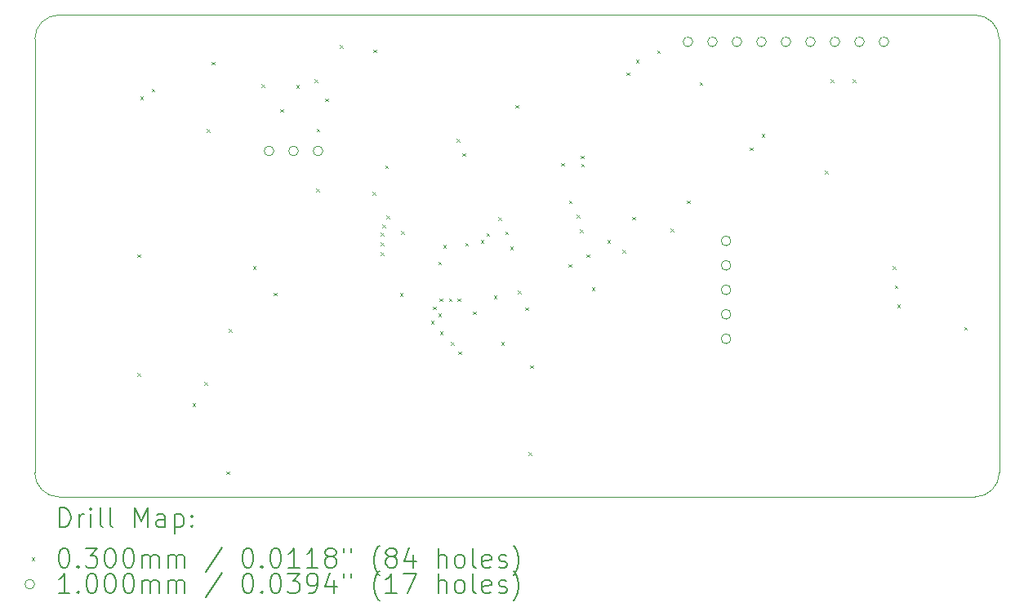
<source format=gbr>
%TF.GenerationSoftware,KiCad,Pcbnew,8.0.4-8.0.4-0~ubuntu24.04.1*%
%TF.CreationDate,2024-07-23T16:29:13+10:00*%
%TF.ProjectId,lo_cate_pcb,6c6f5f63-6174-4655-9f70-63622e6b6963,rev?*%
%TF.SameCoordinates,Original*%
%TF.FileFunction,Drillmap*%
%TF.FilePolarity,Positive*%
%FSLAX45Y45*%
G04 Gerber Fmt 4.5, Leading zero omitted, Abs format (unit mm)*
G04 Created by KiCad (PCBNEW 8.0.4-8.0.4-0~ubuntu24.04.1) date 2024-07-23 16:29:13*
%MOMM*%
%LPD*%
G01*
G04 APERTURE LIST*
%ADD10C,0.050000*%
%ADD11C,0.200000*%
%ADD12C,0.100000*%
G04 APERTURE END LIST*
D10*
X9752500Y-7610000D02*
X9752500Y-12110000D01*
X19752500Y-12110000D02*
G75*
G02*
X19502500Y-12360000I-250000J0D01*
G01*
X10002500Y-12360000D02*
G75*
G02*
X9752500Y-12110000I0J250000D01*
G01*
X9752500Y-7610000D02*
G75*
G02*
X10002500Y-7360000I250000J0D01*
G01*
X19752500Y-7610000D02*
X19752500Y-12110000D01*
X19502500Y-7360000D02*
G75*
G02*
X19752500Y-7610000I0J-250000D01*
G01*
X10002500Y-7360000D02*
X19502500Y-7360000D01*
X10002500Y-12360000D02*
X19502500Y-12360000D01*
D11*
D12*
X10815000Y-9845000D02*
X10845000Y-9875000D01*
X10845000Y-9845000D02*
X10815000Y-9875000D01*
X10815000Y-11075000D02*
X10845000Y-11105000D01*
X10845000Y-11075000D02*
X10815000Y-11105000D01*
X10845500Y-8203000D02*
X10875500Y-8233000D01*
X10875500Y-8203000D02*
X10845500Y-8233000D01*
X10965500Y-8123000D02*
X10995500Y-8153000D01*
X10995500Y-8123000D02*
X10965500Y-8153000D01*
X11387500Y-11386500D02*
X11417500Y-11416500D01*
X11417500Y-11386500D02*
X11387500Y-11416500D01*
X11512500Y-11170000D02*
X11542500Y-11200000D01*
X11542500Y-11170000D02*
X11512500Y-11200000D01*
X11537500Y-8545000D02*
X11567500Y-8575000D01*
X11567500Y-8545000D02*
X11537500Y-8575000D01*
X11587500Y-7845000D02*
X11617500Y-7875000D01*
X11617500Y-7845000D02*
X11587500Y-7875000D01*
X11737500Y-12095000D02*
X11767500Y-12125000D01*
X11767500Y-12095000D02*
X11737500Y-12125000D01*
X11762500Y-10620000D02*
X11792500Y-10650000D01*
X11792500Y-10620000D02*
X11762500Y-10650000D01*
X12015000Y-9965000D02*
X12045000Y-9995000D01*
X12045000Y-9965000D02*
X12015000Y-9995000D01*
X12105000Y-8080000D02*
X12135000Y-8110000D01*
X12135000Y-8080000D02*
X12105000Y-8110000D01*
X12230000Y-10240000D02*
X12260000Y-10270000D01*
X12260000Y-10240000D02*
X12230000Y-10270000D01*
X12300000Y-8335000D02*
X12330000Y-8365000D01*
X12330000Y-8335000D02*
X12300000Y-8365000D01*
X12465000Y-8085000D02*
X12495000Y-8115000D01*
X12495000Y-8085000D02*
X12465000Y-8115000D01*
X12655000Y-8025000D02*
X12685000Y-8055000D01*
X12685000Y-8025000D02*
X12655000Y-8055000D01*
X12668750Y-9163750D02*
X12698750Y-9193750D01*
X12698750Y-9163750D02*
X12668750Y-9193750D01*
X12675000Y-8540000D02*
X12705000Y-8570000D01*
X12705000Y-8540000D02*
X12675000Y-8570000D01*
X12765000Y-8225000D02*
X12795000Y-8255000D01*
X12795000Y-8225000D02*
X12765000Y-8255000D01*
X12915000Y-7670000D02*
X12945000Y-7700000D01*
X12945000Y-7670000D02*
X12915000Y-7700000D01*
X13255000Y-9195000D02*
X13285000Y-9225000D01*
X13285000Y-9195000D02*
X13255000Y-9225000D01*
X13265000Y-7720000D02*
X13295000Y-7750000D01*
X13295000Y-7720000D02*
X13265000Y-7750000D01*
X13337500Y-9620000D02*
X13367500Y-9650000D01*
X13367500Y-9620000D02*
X13337500Y-9650000D01*
X13337500Y-9720000D02*
X13367500Y-9750000D01*
X13367500Y-9720000D02*
X13337500Y-9750000D01*
X13337500Y-9820000D02*
X13367500Y-9850000D01*
X13367500Y-9820000D02*
X13337500Y-9850000D01*
X13355000Y-9535000D02*
X13385000Y-9565000D01*
X13385000Y-9535000D02*
X13355000Y-9565000D01*
X13387500Y-8920000D02*
X13417500Y-8950000D01*
X13417500Y-8920000D02*
X13387500Y-8950000D01*
X13400000Y-9440000D02*
X13430000Y-9470000D01*
X13430000Y-9440000D02*
X13400000Y-9470000D01*
X13537500Y-10245000D02*
X13567500Y-10275000D01*
X13567500Y-10245000D02*
X13537500Y-10275000D01*
X13550000Y-9600000D02*
X13580000Y-9630000D01*
X13580000Y-9600000D02*
X13550000Y-9630000D01*
X13860000Y-10535000D02*
X13890000Y-10565000D01*
X13890000Y-10535000D02*
X13860000Y-10565000D01*
X13880000Y-10385000D02*
X13910000Y-10415000D01*
X13910000Y-10385000D02*
X13880000Y-10415000D01*
X13935000Y-10455000D02*
X13965000Y-10485000D01*
X13965000Y-10455000D02*
X13935000Y-10485000D01*
X13937500Y-9920000D02*
X13967500Y-9950000D01*
X13967500Y-9920000D02*
X13937500Y-9950000D01*
X13950000Y-10300000D02*
X13980000Y-10330000D01*
X13980000Y-10300000D02*
X13950000Y-10330000D01*
X13955000Y-10645000D02*
X13985000Y-10675000D01*
X13985000Y-10645000D02*
X13955000Y-10675000D01*
X13987500Y-9745000D02*
X14017500Y-9775000D01*
X14017500Y-9745000D02*
X13987500Y-9775000D01*
X14045000Y-10300000D02*
X14075000Y-10330000D01*
X14075000Y-10300000D02*
X14045000Y-10330000D01*
X14070000Y-10755000D02*
X14100000Y-10785000D01*
X14100000Y-10755000D02*
X14070000Y-10785000D01*
X14125000Y-8645000D02*
X14155000Y-8675000D01*
X14155000Y-8645000D02*
X14125000Y-8675000D01*
X14135000Y-10300000D02*
X14165000Y-10330000D01*
X14165000Y-10300000D02*
X14135000Y-10330000D01*
X14142426Y-10849927D02*
X14172426Y-10879927D01*
X14172426Y-10849927D02*
X14142426Y-10879927D01*
X14187500Y-8795000D02*
X14217500Y-8825000D01*
X14217500Y-8795000D02*
X14187500Y-8825000D01*
X14217426Y-9724927D02*
X14247426Y-9754927D01*
X14247426Y-9724927D02*
X14217426Y-9754927D01*
X14295000Y-10435000D02*
X14325000Y-10465000D01*
X14325000Y-10435000D02*
X14295000Y-10465000D01*
X14375000Y-9695000D02*
X14405000Y-9725000D01*
X14405000Y-9695000D02*
X14375000Y-9725000D01*
X14435000Y-9625000D02*
X14465000Y-9655000D01*
X14465000Y-9625000D02*
X14435000Y-9655000D01*
X14512500Y-10270000D02*
X14542500Y-10300000D01*
X14542500Y-10270000D02*
X14512500Y-10300000D01*
X14560806Y-9456547D02*
X14590806Y-9486547D01*
X14590806Y-9456547D02*
X14560806Y-9486547D01*
X14587500Y-10755000D02*
X14617500Y-10785000D01*
X14617500Y-10755000D02*
X14587500Y-10785000D01*
X14632500Y-9607500D02*
X14662500Y-9637500D01*
X14662500Y-9607500D02*
X14632500Y-9637500D01*
X14682574Y-9765074D02*
X14712574Y-9795074D01*
X14712574Y-9765074D02*
X14682574Y-9795074D01*
X14737500Y-8295000D02*
X14767500Y-8325000D01*
X14767500Y-8295000D02*
X14737500Y-8325000D01*
X14762500Y-10220000D02*
X14792500Y-10250000D01*
X14792500Y-10220000D02*
X14762500Y-10250000D01*
X14837500Y-10395000D02*
X14867500Y-10425000D01*
X14867500Y-10395000D02*
X14837500Y-10425000D01*
X14870000Y-11897500D02*
X14900000Y-11927500D01*
X14900000Y-11897500D02*
X14870000Y-11927500D01*
X14887500Y-10995000D02*
X14917500Y-11025000D01*
X14917500Y-10995000D02*
X14887500Y-11025000D01*
X15212500Y-8895000D02*
X15242500Y-8925000D01*
X15242500Y-8895000D02*
X15212500Y-8925000D01*
X15287500Y-9945000D02*
X15317500Y-9975000D01*
X15317500Y-9945000D02*
X15287500Y-9975000D01*
X15290000Y-9285000D02*
X15320000Y-9315000D01*
X15320000Y-9285000D02*
X15290000Y-9315000D01*
X15370000Y-9435000D02*
X15400000Y-9465000D01*
X15400000Y-9435000D02*
X15370000Y-9465000D01*
X15405000Y-9585000D02*
X15435000Y-9615000D01*
X15435000Y-9585000D02*
X15405000Y-9615000D01*
X15412500Y-8820000D02*
X15442500Y-8850000D01*
X15442500Y-8820000D02*
X15412500Y-8850000D01*
X15417500Y-8902500D02*
X15447500Y-8932500D01*
X15447500Y-8902500D02*
X15417500Y-8932500D01*
X15472500Y-9842500D02*
X15502500Y-9872500D01*
X15502500Y-9842500D02*
X15472500Y-9872500D01*
X15530000Y-10187500D02*
X15560000Y-10217500D01*
X15560000Y-10187500D02*
X15530000Y-10217500D01*
X15687500Y-9695000D02*
X15717500Y-9725000D01*
X15717500Y-9695000D02*
X15687500Y-9725000D01*
X15845000Y-9795000D02*
X15875000Y-9825000D01*
X15875000Y-9795000D02*
X15845000Y-9825000D01*
X15887500Y-7955000D02*
X15917500Y-7985000D01*
X15917500Y-7955000D02*
X15887500Y-7985000D01*
X15947500Y-9455000D02*
X15977500Y-9485000D01*
X15977500Y-9455000D02*
X15947500Y-9485000D01*
X15985000Y-7825000D02*
X16015000Y-7855000D01*
X16015000Y-7825000D02*
X15985000Y-7855000D01*
X16205000Y-7725000D02*
X16235000Y-7755000D01*
X16235000Y-7725000D02*
X16205000Y-7755000D01*
X16347500Y-9575000D02*
X16377500Y-9605000D01*
X16377500Y-9575000D02*
X16347500Y-9605000D01*
X16515000Y-9285000D02*
X16545000Y-9315000D01*
X16545000Y-9285000D02*
X16515000Y-9315000D01*
X16645000Y-8055000D02*
X16675000Y-8085000D01*
X16675000Y-8055000D02*
X16645000Y-8085000D01*
X17165000Y-8735000D02*
X17195000Y-8765000D01*
X17195000Y-8735000D02*
X17165000Y-8765000D01*
X17287500Y-8595000D02*
X17317500Y-8625000D01*
X17317500Y-8595000D02*
X17287500Y-8625000D01*
X17945000Y-8975000D02*
X17975000Y-9005000D01*
X17975000Y-8975000D02*
X17945000Y-9005000D01*
X18005000Y-8025000D02*
X18035000Y-8055000D01*
X18035000Y-8025000D02*
X18005000Y-8055000D01*
X18235000Y-8025000D02*
X18265000Y-8055000D01*
X18265000Y-8025000D02*
X18235000Y-8055000D01*
X18650000Y-9965000D02*
X18680000Y-9995000D01*
X18680000Y-9965000D02*
X18650000Y-9995000D01*
X18670000Y-10165000D02*
X18700000Y-10195000D01*
X18700000Y-10165000D02*
X18670000Y-10195000D01*
X18695000Y-10365000D02*
X18725000Y-10395000D01*
X18725000Y-10365000D02*
X18695000Y-10395000D01*
X19387500Y-10595000D02*
X19417500Y-10625000D01*
X19417500Y-10595000D02*
X19387500Y-10625000D01*
X12231000Y-8770000D02*
G75*
G02*
X12131000Y-8770000I-50000J0D01*
G01*
X12131000Y-8770000D02*
G75*
G02*
X12231000Y-8770000I50000J0D01*
G01*
X12485000Y-8770000D02*
G75*
G02*
X12385000Y-8770000I-50000J0D01*
G01*
X12385000Y-8770000D02*
G75*
G02*
X12485000Y-8770000I50000J0D01*
G01*
X12739000Y-8770000D02*
G75*
G02*
X12639000Y-8770000I-50000J0D01*
G01*
X12639000Y-8770000D02*
G75*
G02*
X12739000Y-8770000I50000J0D01*
G01*
X16575000Y-7637500D02*
G75*
G02*
X16475000Y-7637500I-50000J0D01*
G01*
X16475000Y-7637500D02*
G75*
G02*
X16575000Y-7637500I50000J0D01*
G01*
X16829000Y-7637500D02*
G75*
G02*
X16729000Y-7637500I-50000J0D01*
G01*
X16729000Y-7637500D02*
G75*
G02*
X16829000Y-7637500I50000J0D01*
G01*
X16970000Y-9704000D02*
G75*
G02*
X16870000Y-9704000I-50000J0D01*
G01*
X16870000Y-9704000D02*
G75*
G02*
X16970000Y-9704000I50000J0D01*
G01*
X16970000Y-9958000D02*
G75*
G02*
X16870000Y-9958000I-50000J0D01*
G01*
X16870000Y-9958000D02*
G75*
G02*
X16970000Y-9958000I50000J0D01*
G01*
X16970000Y-10212000D02*
G75*
G02*
X16870000Y-10212000I-50000J0D01*
G01*
X16870000Y-10212000D02*
G75*
G02*
X16970000Y-10212000I50000J0D01*
G01*
X16970000Y-10466000D02*
G75*
G02*
X16870000Y-10466000I-50000J0D01*
G01*
X16870000Y-10466000D02*
G75*
G02*
X16970000Y-10466000I50000J0D01*
G01*
X16970000Y-10720000D02*
G75*
G02*
X16870000Y-10720000I-50000J0D01*
G01*
X16870000Y-10720000D02*
G75*
G02*
X16970000Y-10720000I50000J0D01*
G01*
X17083000Y-7637500D02*
G75*
G02*
X16983000Y-7637500I-50000J0D01*
G01*
X16983000Y-7637500D02*
G75*
G02*
X17083000Y-7637500I50000J0D01*
G01*
X17337000Y-7637500D02*
G75*
G02*
X17237000Y-7637500I-50000J0D01*
G01*
X17237000Y-7637500D02*
G75*
G02*
X17337000Y-7637500I50000J0D01*
G01*
X17591000Y-7637500D02*
G75*
G02*
X17491000Y-7637500I-50000J0D01*
G01*
X17491000Y-7637500D02*
G75*
G02*
X17591000Y-7637500I50000J0D01*
G01*
X17845000Y-7637500D02*
G75*
G02*
X17745000Y-7637500I-50000J0D01*
G01*
X17745000Y-7637500D02*
G75*
G02*
X17845000Y-7637500I50000J0D01*
G01*
X18099000Y-7637500D02*
G75*
G02*
X17999000Y-7637500I-50000J0D01*
G01*
X17999000Y-7637500D02*
G75*
G02*
X18099000Y-7637500I50000J0D01*
G01*
X18353000Y-7637500D02*
G75*
G02*
X18253000Y-7637500I-50000J0D01*
G01*
X18253000Y-7637500D02*
G75*
G02*
X18353000Y-7637500I50000J0D01*
G01*
X18607000Y-7637500D02*
G75*
G02*
X18507000Y-7637500I-50000J0D01*
G01*
X18507000Y-7637500D02*
G75*
G02*
X18607000Y-7637500I50000J0D01*
G01*
D11*
X10010777Y-12673984D02*
X10010777Y-12473984D01*
X10010777Y-12473984D02*
X10058396Y-12473984D01*
X10058396Y-12473984D02*
X10086967Y-12483508D01*
X10086967Y-12483508D02*
X10106015Y-12502555D01*
X10106015Y-12502555D02*
X10115539Y-12521603D01*
X10115539Y-12521603D02*
X10125063Y-12559698D01*
X10125063Y-12559698D02*
X10125063Y-12588269D01*
X10125063Y-12588269D02*
X10115539Y-12626365D01*
X10115539Y-12626365D02*
X10106015Y-12645412D01*
X10106015Y-12645412D02*
X10086967Y-12664460D01*
X10086967Y-12664460D02*
X10058396Y-12673984D01*
X10058396Y-12673984D02*
X10010777Y-12673984D01*
X10210777Y-12673984D02*
X10210777Y-12540650D01*
X10210777Y-12578746D02*
X10220301Y-12559698D01*
X10220301Y-12559698D02*
X10229824Y-12550174D01*
X10229824Y-12550174D02*
X10248872Y-12540650D01*
X10248872Y-12540650D02*
X10267920Y-12540650D01*
X10334586Y-12673984D02*
X10334586Y-12540650D01*
X10334586Y-12473984D02*
X10325063Y-12483508D01*
X10325063Y-12483508D02*
X10334586Y-12493031D01*
X10334586Y-12493031D02*
X10344110Y-12483508D01*
X10344110Y-12483508D02*
X10334586Y-12473984D01*
X10334586Y-12473984D02*
X10334586Y-12493031D01*
X10458396Y-12673984D02*
X10439348Y-12664460D01*
X10439348Y-12664460D02*
X10429824Y-12645412D01*
X10429824Y-12645412D02*
X10429824Y-12473984D01*
X10563158Y-12673984D02*
X10544110Y-12664460D01*
X10544110Y-12664460D02*
X10534586Y-12645412D01*
X10534586Y-12645412D02*
X10534586Y-12473984D01*
X10791729Y-12673984D02*
X10791729Y-12473984D01*
X10791729Y-12473984D02*
X10858396Y-12616841D01*
X10858396Y-12616841D02*
X10925063Y-12473984D01*
X10925063Y-12473984D02*
X10925063Y-12673984D01*
X11106015Y-12673984D02*
X11106015Y-12569222D01*
X11106015Y-12569222D02*
X11096491Y-12550174D01*
X11096491Y-12550174D02*
X11077444Y-12540650D01*
X11077444Y-12540650D02*
X11039348Y-12540650D01*
X11039348Y-12540650D02*
X11020301Y-12550174D01*
X11106015Y-12664460D02*
X11086967Y-12673984D01*
X11086967Y-12673984D02*
X11039348Y-12673984D01*
X11039348Y-12673984D02*
X11020301Y-12664460D01*
X11020301Y-12664460D02*
X11010777Y-12645412D01*
X11010777Y-12645412D02*
X11010777Y-12626365D01*
X11010777Y-12626365D02*
X11020301Y-12607317D01*
X11020301Y-12607317D02*
X11039348Y-12597793D01*
X11039348Y-12597793D02*
X11086967Y-12597793D01*
X11086967Y-12597793D02*
X11106015Y-12588269D01*
X11201253Y-12540650D02*
X11201253Y-12740650D01*
X11201253Y-12550174D02*
X11220301Y-12540650D01*
X11220301Y-12540650D02*
X11258396Y-12540650D01*
X11258396Y-12540650D02*
X11277443Y-12550174D01*
X11277443Y-12550174D02*
X11286967Y-12559698D01*
X11286967Y-12559698D02*
X11296491Y-12578746D01*
X11296491Y-12578746D02*
X11296491Y-12635888D01*
X11296491Y-12635888D02*
X11286967Y-12654936D01*
X11286967Y-12654936D02*
X11277443Y-12664460D01*
X11277443Y-12664460D02*
X11258396Y-12673984D01*
X11258396Y-12673984D02*
X11220301Y-12673984D01*
X11220301Y-12673984D02*
X11201253Y-12664460D01*
X11382205Y-12654936D02*
X11391729Y-12664460D01*
X11391729Y-12664460D02*
X11382205Y-12673984D01*
X11382205Y-12673984D02*
X11372682Y-12664460D01*
X11372682Y-12664460D02*
X11382205Y-12654936D01*
X11382205Y-12654936D02*
X11382205Y-12673984D01*
X11382205Y-12550174D02*
X11391729Y-12559698D01*
X11391729Y-12559698D02*
X11382205Y-12569222D01*
X11382205Y-12569222D02*
X11372682Y-12559698D01*
X11372682Y-12559698D02*
X11382205Y-12550174D01*
X11382205Y-12550174D02*
X11382205Y-12569222D01*
D12*
X9720000Y-12987500D02*
X9750000Y-13017500D01*
X9750000Y-12987500D02*
X9720000Y-13017500D01*
D11*
X10048872Y-12893984D02*
X10067920Y-12893984D01*
X10067920Y-12893984D02*
X10086967Y-12903508D01*
X10086967Y-12903508D02*
X10096491Y-12913031D01*
X10096491Y-12913031D02*
X10106015Y-12932079D01*
X10106015Y-12932079D02*
X10115539Y-12970174D01*
X10115539Y-12970174D02*
X10115539Y-13017793D01*
X10115539Y-13017793D02*
X10106015Y-13055888D01*
X10106015Y-13055888D02*
X10096491Y-13074936D01*
X10096491Y-13074936D02*
X10086967Y-13084460D01*
X10086967Y-13084460D02*
X10067920Y-13093984D01*
X10067920Y-13093984D02*
X10048872Y-13093984D01*
X10048872Y-13093984D02*
X10029824Y-13084460D01*
X10029824Y-13084460D02*
X10020301Y-13074936D01*
X10020301Y-13074936D02*
X10010777Y-13055888D01*
X10010777Y-13055888D02*
X10001253Y-13017793D01*
X10001253Y-13017793D02*
X10001253Y-12970174D01*
X10001253Y-12970174D02*
X10010777Y-12932079D01*
X10010777Y-12932079D02*
X10020301Y-12913031D01*
X10020301Y-12913031D02*
X10029824Y-12903508D01*
X10029824Y-12903508D02*
X10048872Y-12893984D01*
X10201253Y-13074936D02*
X10210777Y-13084460D01*
X10210777Y-13084460D02*
X10201253Y-13093984D01*
X10201253Y-13093984D02*
X10191729Y-13084460D01*
X10191729Y-13084460D02*
X10201253Y-13074936D01*
X10201253Y-13074936D02*
X10201253Y-13093984D01*
X10277444Y-12893984D02*
X10401253Y-12893984D01*
X10401253Y-12893984D02*
X10334586Y-12970174D01*
X10334586Y-12970174D02*
X10363158Y-12970174D01*
X10363158Y-12970174D02*
X10382205Y-12979698D01*
X10382205Y-12979698D02*
X10391729Y-12989222D01*
X10391729Y-12989222D02*
X10401253Y-13008269D01*
X10401253Y-13008269D02*
X10401253Y-13055888D01*
X10401253Y-13055888D02*
X10391729Y-13074936D01*
X10391729Y-13074936D02*
X10382205Y-13084460D01*
X10382205Y-13084460D02*
X10363158Y-13093984D01*
X10363158Y-13093984D02*
X10306015Y-13093984D01*
X10306015Y-13093984D02*
X10286967Y-13084460D01*
X10286967Y-13084460D02*
X10277444Y-13074936D01*
X10525063Y-12893984D02*
X10544110Y-12893984D01*
X10544110Y-12893984D02*
X10563158Y-12903508D01*
X10563158Y-12903508D02*
X10572682Y-12913031D01*
X10572682Y-12913031D02*
X10582205Y-12932079D01*
X10582205Y-12932079D02*
X10591729Y-12970174D01*
X10591729Y-12970174D02*
X10591729Y-13017793D01*
X10591729Y-13017793D02*
X10582205Y-13055888D01*
X10582205Y-13055888D02*
X10572682Y-13074936D01*
X10572682Y-13074936D02*
X10563158Y-13084460D01*
X10563158Y-13084460D02*
X10544110Y-13093984D01*
X10544110Y-13093984D02*
X10525063Y-13093984D01*
X10525063Y-13093984D02*
X10506015Y-13084460D01*
X10506015Y-13084460D02*
X10496491Y-13074936D01*
X10496491Y-13074936D02*
X10486967Y-13055888D01*
X10486967Y-13055888D02*
X10477444Y-13017793D01*
X10477444Y-13017793D02*
X10477444Y-12970174D01*
X10477444Y-12970174D02*
X10486967Y-12932079D01*
X10486967Y-12932079D02*
X10496491Y-12913031D01*
X10496491Y-12913031D02*
X10506015Y-12903508D01*
X10506015Y-12903508D02*
X10525063Y-12893984D01*
X10715539Y-12893984D02*
X10734586Y-12893984D01*
X10734586Y-12893984D02*
X10753634Y-12903508D01*
X10753634Y-12903508D02*
X10763158Y-12913031D01*
X10763158Y-12913031D02*
X10772682Y-12932079D01*
X10772682Y-12932079D02*
X10782205Y-12970174D01*
X10782205Y-12970174D02*
X10782205Y-13017793D01*
X10782205Y-13017793D02*
X10772682Y-13055888D01*
X10772682Y-13055888D02*
X10763158Y-13074936D01*
X10763158Y-13074936D02*
X10753634Y-13084460D01*
X10753634Y-13084460D02*
X10734586Y-13093984D01*
X10734586Y-13093984D02*
X10715539Y-13093984D01*
X10715539Y-13093984D02*
X10696491Y-13084460D01*
X10696491Y-13084460D02*
X10686967Y-13074936D01*
X10686967Y-13074936D02*
X10677444Y-13055888D01*
X10677444Y-13055888D02*
X10667920Y-13017793D01*
X10667920Y-13017793D02*
X10667920Y-12970174D01*
X10667920Y-12970174D02*
X10677444Y-12932079D01*
X10677444Y-12932079D02*
X10686967Y-12913031D01*
X10686967Y-12913031D02*
X10696491Y-12903508D01*
X10696491Y-12903508D02*
X10715539Y-12893984D01*
X10867920Y-13093984D02*
X10867920Y-12960650D01*
X10867920Y-12979698D02*
X10877444Y-12970174D01*
X10877444Y-12970174D02*
X10896491Y-12960650D01*
X10896491Y-12960650D02*
X10925063Y-12960650D01*
X10925063Y-12960650D02*
X10944110Y-12970174D01*
X10944110Y-12970174D02*
X10953634Y-12989222D01*
X10953634Y-12989222D02*
X10953634Y-13093984D01*
X10953634Y-12989222D02*
X10963158Y-12970174D01*
X10963158Y-12970174D02*
X10982205Y-12960650D01*
X10982205Y-12960650D02*
X11010777Y-12960650D01*
X11010777Y-12960650D02*
X11029825Y-12970174D01*
X11029825Y-12970174D02*
X11039348Y-12989222D01*
X11039348Y-12989222D02*
X11039348Y-13093984D01*
X11134586Y-13093984D02*
X11134586Y-12960650D01*
X11134586Y-12979698D02*
X11144110Y-12970174D01*
X11144110Y-12970174D02*
X11163158Y-12960650D01*
X11163158Y-12960650D02*
X11191729Y-12960650D01*
X11191729Y-12960650D02*
X11210777Y-12970174D01*
X11210777Y-12970174D02*
X11220301Y-12989222D01*
X11220301Y-12989222D02*
X11220301Y-13093984D01*
X11220301Y-12989222D02*
X11229824Y-12970174D01*
X11229824Y-12970174D02*
X11248872Y-12960650D01*
X11248872Y-12960650D02*
X11277443Y-12960650D01*
X11277443Y-12960650D02*
X11296491Y-12970174D01*
X11296491Y-12970174D02*
X11306015Y-12989222D01*
X11306015Y-12989222D02*
X11306015Y-13093984D01*
X11696491Y-12884460D02*
X11525063Y-13141603D01*
X11953634Y-12893984D02*
X11972682Y-12893984D01*
X11972682Y-12893984D02*
X11991729Y-12903508D01*
X11991729Y-12903508D02*
X12001253Y-12913031D01*
X12001253Y-12913031D02*
X12010777Y-12932079D01*
X12010777Y-12932079D02*
X12020301Y-12970174D01*
X12020301Y-12970174D02*
X12020301Y-13017793D01*
X12020301Y-13017793D02*
X12010777Y-13055888D01*
X12010777Y-13055888D02*
X12001253Y-13074936D01*
X12001253Y-13074936D02*
X11991729Y-13084460D01*
X11991729Y-13084460D02*
X11972682Y-13093984D01*
X11972682Y-13093984D02*
X11953634Y-13093984D01*
X11953634Y-13093984D02*
X11934586Y-13084460D01*
X11934586Y-13084460D02*
X11925063Y-13074936D01*
X11925063Y-13074936D02*
X11915539Y-13055888D01*
X11915539Y-13055888D02*
X11906015Y-13017793D01*
X11906015Y-13017793D02*
X11906015Y-12970174D01*
X11906015Y-12970174D02*
X11915539Y-12932079D01*
X11915539Y-12932079D02*
X11925063Y-12913031D01*
X11925063Y-12913031D02*
X11934586Y-12903508D01*
X11934586Y-12903508D02*
X11953634Y-12893984D01*
X12106015Y-13074936D02*
X12115539Y-13084460D01*
X12115539Y-13084460D02*
X12106015Y-13093984D01*
X12106015Y-13093984D02*
X12096491Y-13084460D01*
X12096491Y-13084460D02*
X12106015Y-13074936D01*
X12106015Y-13074936D02*
X12106015Y-13093984D01*
X12239348Y-12893984D02*
X12258396Y-12893984D01*
X12258396Y-12893984D02*
X12277444Y-12903508D01*
X12277444Y-12903508D02*
X12286967Y-12913031D01*
X12286967Y-12913031D02*
X12296491Y-12932079D01*
X12296491Y-12932079D02*
X12306015Y-12970174D01*
X12306015Y-12970174D02*
X12306015Y-13017793D01*
X12306015Y-13017793D02*
X12296491Y-13055888D01*
X12296491Y-13055888D02*
X12286967Y-13074936D01*
X12286967Y-13074936D02*
X12277444Y-13084460D01*
X12277444Y-13084460D02*
X12258396Y-13093984D01*
X12258396Y-13093984D02*
X12239348Y-13093984D01*
X12239348Y-13093984D02*
X12220301Y-13084460D01*
X12220301Y-13084460D02*
X12210777Y-13074936D01*
X12210777Y-13074936D02*
X12201253Y-13055888D01*
X12201253Y-13055888D02*
X12191729Y-13017793D01*
X12191729Y-13017793D02*
X12191729Y-12970174D01*
X12191729Y-12970174D02*
X12201253Y-12932079D01*
X12201253Y-12932079D02*
X12210777Y-12913031D01*
X12210777Y-12913031D02*
X12220301Y-12903508D01*
X12220301Y-12903508D02*
X12239348Y-12893984D01*
X12496491Y-13093984D02*
X12382206Y-13093984D01*
X12439348Y-13093984D02*
X12439348Y-12893984D01*
X12439348Y-12893984D02*
X12420301Y-12922555D01*
X12420301Y-12922555D02*
X12401253Y-12941603D01*
X12401253Y-12941603D02*
X12382206Y-12951127D01*
X12686967Y-13093984D02*
X12572682Y-13093984D01*
X12629825Y-13093984D02*
X12629825Y-12893984D01*
X12629825Y-12893984D02*
X12610777Y-12922555D01*
X12610777Y-12922555D02*
X12591729Y-12941603D01*
X12591729Y-12941603D02*
X12572682Y-12951127D01*
X12801253Y-12979698D02*
X12782206Y-12970174D01*
X12782206Y-12970174D02*
X12772682Y-12960650D01*
X12772682Y-12960650D02*
X12763158Y-12941603D01*
X12763158Y-12941603D02*
X12763158Y-12932079D01*
X12763158Y-12932079D02*
X12772682Y-12913031D01*
X12772682Y-12913031D02*
X12782206Y-12903508D01*
X12782206Y-12903508D02*
X12801253Y-12893984D01*
X12801253Y-12893984D02*
X12839348Y-12893984D01*
X12839348Y-12893984D02*
X12858396Y-12903508D01*
X12858396Y-12903508D02*
X12867920Y-12913031D01*
X12867920Y-12913031D02*
X12877444Y-12932079D01*
X12877444Y-12932079D02*
X12877444Y-12941603D01*
X12877444Y-12941603D02*
X12867920Y-12960650D01*
X12867920Y-12960650D02*
X12858396Y-12970174D01*
X12858396Y-12970174D02*
X12839348Y-12979698D01*
X12839348Y-12979698D02*
X12801253Y-12979698D01*
X12801253Y-12979698D02*
X12782206Y-12989222D01*
X12782206Y-12989222D02*
X12772682Y-12998746D01*
X12772682Y-12998746D02*
X12763158Y-13017793D01*
X12763158Y-13017793D02*
X12763158Y-13055888D01*
X12763158Y-13055888D02*
X12772682Y-13074936D01*
X12772682Y-13074936D02*
X12782206Y-13084460D01*
X12782206Y-13084460D02*
X12801253Y-13093984D01*
X12801253Y-13093984D02*
X12839348Y-13093984D01*
X12839348Y-13093984D02*
X12858396Y-13084460D01*
X12858396Y-13084460D02*
X12867920Y-13074936D01*
X12867920Y-13074936D02*
X12877444Y-13055888D01*
X12877444Y-13055888D02*
X12877444Y-13017793D01*
X12877444Y-13017793D02*
X12867920Y-12998746D01*
X12867920Y-12998746D02*
X12858396Y-12989222D01*
X12858396Y-12989222D02*
X12839348Y-12979698D01*
X12953634Y-12893984D02*
X12953634Y-12932079D01*
X13029825Y-12893984D02*
X13029825Y-12932079D01*
X13325063Y-13170174D02*
X13315539Y-13160650D01*
X13315539Y-13160650D02*
X13296491Y-13132079D01*
X13296491Y-13132079D02*
X13286968Y-13113031D01*
X13286968Y-13113031D02*
X13277444Y-13084460D01*
X13277444Y-13084460D02*
X13267920Y-13036841D01*
X13267920Y-13036841D02*
X13267920Y-12998746D01*
X13267920Y-12998746D02*
X13277444Y-12951127D01*
X13277444Y-12951127D02*
X13286968Y-12922555D01*
X13286968Y-12922555D02*
X13296491Y-12903508D01*
X13296491Y-12903508D02*
X13315539Y-12874936D01*
X13315539Y-12874936D02*
X13325063Y-12865412D01*
X13429825Y-12979698D02*
X13410777Y-12970174D01*
X13410777Y-12970174D02*
X13401253Y-12960650D01*
X13401253Y-12960650D02*
X13391729Y-12941603D01*
X13391729Y-12941603D02*
X13391729Y-12932079D01*
X13391729Y-12932079D02*
X13401253Y-12913031D01*
X13401253Y-12913031D02*
X13410777Y-12903508D01*
X13410777Y-12903508D02*
X13429825Y-12893984D01*
X13429825Y-12893984D02*
X13467920Y-12893984D01*
X13467920Y-12893984D02*
X13486968Y-12903508D01*
X13486968Y-12903508D02*
X13496491Y-12913031D01*
X13496491Y-12913031D02*
X13506015Y-12932079D01*
X13506015Y-12932079D02*
X13506015Y-12941603D01*
X13506015Y-12941603D02*
X13496491Y-12960650D01*
X13496491Y-12960650D02*
X13486968Y-12970174D01*
X13486968Y-12970174D02*
X13467920Y-12979698D01*
X13467920Y-12979698D02*
X13429825Y-12979698D01*
X13429825Y-12979698D02*
X13410777Y-12989222D01*
X13410777Y-12989222D02*
X13401253Y-12998746D01*
X13401253Y-12998746D02*
X13391729Y-13017793D01*
X13391729Y-13017793D02*
X13391729Y-13055888D01*
X13391729Y-13055888D02*
X13401253Y-13074936D01*
X13401253Y-13074936D02*
X13410777Y-13084460D01*
X13410777Y-13084460D02*
X13429825Y-13093984D01*
X13429825Y-13093984D02*
X13467920Y-13093984D01*
X13467920Y-13093984D02*
X13486968Y-13084460D01*
X13486968Y-13084460D02*
X13496491Y-13074936D01*
X13496491Y-13074936D02*
X13506015Y-13055888D01*
X13506015Y-13055888D02*
X13506015Y-13017793D01*
X13506015Y-13017793D02*
X13496491Y-12998746D01*
X13496491Y-12998746D02*
X13486968Y-12989222D01*
X13486968Y-12989222D02*
X13467920Y-12979698D01*
X13677444Y-12960650D02*
X13677444Y-13093984D01*
X13629825Y-12884460D02*
X13582206Y-13027317D01*
X13582206Y-13027317D02*
X13706015Y-13027317D01*
X13934587Y-13093984D02*
X13934587Y-12893984D01*
X14020301Y-13093984D02*
X14020301Y-12989222D01*
X14020301Y-12989222D02*
X14010777Y-12970174D01*
X14010777Y-12970174D02*
X13991730Y-12960650D01*
X13991730Y-12960650D02*
X13963158Y-12960650D01*
X13963158Y-12960650D02*
X13944110Y-12970174D01*
X13944110Y-12970174D02*
X13934587Y-12979698D01*
X14144110Y-13093984D02*
X14125063Y-13084460D01*
X14125063Y-13084460D02*
X14115539Y-13074936D01*
X14115539Y-13074936D02*
X14106015Y-13055888D01*
X14106015Y-13055888D02*
X14106015Y-12998746D01*
X14106015Y-12998746D02*
X14115539Y-12979698D01*
X14115539Y-12979698D02*
X14125063Y-12970174D01*
X14125063Y-12970174D02*
X14144110Y-12960650D01*
X14144110Y-12960650D02*
X14172682Y-12960650D01*
X14172682Y-12960650D02*
X14191730Y-12970174D01*
X14191730Y-12970174D02*
X14201253Y-12979698D01*
X14201253Y-12979698D02*
X14210777Y-12998746D01*
X14210777Y-12998746D02*
X14210777Y-13055888D01*
X14210777Y-13055888D02*
X14201253Y-13074936D01*
X14201253Y-13074936D02*
X14191730Y-13084460D01*
X14191730Y-13084460D02*
X14172682Y-13093984D01*
X14172682Y-13093984D02*
X14144110Y-13093984D01*
X14325063Y-13093984D02*
X14306015Y-13084460D01*
X14306015Y-13084460D02*
X14296491Y-13065412D01*
X14296491Y-13065412D02*
X14296491Y-12893984D01*
X14477444Y-13084460D02*
X14458396Y-13093984D01*
X14458396Y-13093984D02*
X14420301Y-13093984D01*
X14420301Y-13093984D02*
X14401253Y-13084460D01*
X14401253Y-13084460D02*
X14391730Y-13065412D01*
X14391730Y-13065412D02*
X14391730Y-12989222D01*
X14391730Y-12989222D02*
X14401253Y-12970174D01*
X14401253Y-12970174D02*
X14420301Y-12960650D01*
X14420301Y-12960650D02*
X14458396Y-12960650D01*
X14458396Y-12960650D02*
X14477444Y-12970174D01*
X14477444Y-12970174D02*
X14486968Y-12989222D01*
X14486968Y-12989222D02*
X14486968Y-13008269D01*
X14486968Y-13008269D02*
X14391730Y-13027317D01*
X14563158Y-13084460D02*
X14582206Y-13093984D01*
X14582206Y-13093984D02*
X14620301Y-13093984D01*
X14620301Y-13093984D02*
X14639349Y-13084460D01*
X14639349Y-13084460D02*
X14648872Y-13065412D01*
X14648872Y-13065412D02*
X14648872Y-13055888D01*
X14648872Y-13055888D02*
X14639349Y-13036841D01*
X14639349Y-13036841D02*
X14620301Y-13027317D01*
X14620301Y-13027317D02*
X14591730Y-13027317D01*
X14591730Y-13027317D02*
X14572682Y-13017793D01*
X14572682Y-13017793D02*
X14563158Y-12998746D01*
X14563158Y-12998746D02*
X14563158Y-12989222D01*
X14563158Y-12989222D02*
X14572682Y-12970174D01*
X14572682Y-12970174D02*
X14591730Y-12960650D01*
X14591730Y-12960650D02*
X14620301Y-12960650D01*
X14620301Y-12960650D02*
X14639349Y-12970174D01*
X14715539Y-13170174D02*
X14725063Y-13160650D01*
X14725063Y-13160650D02*
X14744111Y-13132079D01*
X14744111Y-13132079D02*
X14753634Y-13113031D01*
X14753634Y-13113031D02*
X14763158Y-13084460D01*
X14763158Y-13084460D02*
X14772682Y-13036841D01*
X14772682Y-13036841D02*
X14772682Y-12998746D01*
X14772682Y-12998746D02*
X14763158Y-12951127D01*
X14763158Y-12951127D02*
X14753634Y-12922555D01*
X14753634Y-12922555D02*
X14744111Y-12903508D01*
X14744111Y-12903508D02*
X14725063Y-12874936D01*
X14725063Y-12874936D02*
X14715539Y-12865412D01*
D12*
X9750000Y-13266500D02*
G75*
G02*
X9650000Y-13266500I-50000J0D01*
G01*
X9650000Y-13266500D02*
G75*
G02*
X9750000Y-13266500I50000J0D01*
G01*
D11*
X10115539Y-13357984D02*
X10001253Y-13357984D01*
X10058396Y-13357984D02*
X10058396Y-13157984D01*
X10058396Y-13157984D02*
X10039348Y-13186555D01*
X10039348Y-13186555D02*
X10020301Y-13205603D01*
X10020301Y-13205603D02*
X10001253Y-13215127D01*
X10201253Y-13338936D02*
X10210777Y-13348460D01*
X10210777Y-13348460D02*
X10201253Y-13357984D01*
X10201253Y-13357984D02*
X10191729Y-13348460D01*
X10191729Y-13348460D02*
X10201253Y-13338936D01*
X10201253Y-13338936D02*
X10201253Y-13357984D01*
X10334586Y-13157984D02*
X10353634Y-13157984D01*
X10353634Y-13157984D02*
X10372682Y-13167508D01*
X10372682Y-13167508D02*
X10382205Y-13177031D01*
X10382205Y-13177031D02*
X10391729Y-13196079D01*
X10391729Y-13196079D02*
X10401253Y-13234174D01*
X10401253Y-13234174D02*
X10401253Y-13281793D01*
X10401253Y-13281793D02*
X10391729Y-13319888D01*
X10391729Y-13319888D02*
X10382205Y-13338936D01*
X10382205Y-13338936D02*
X10372682Y-13348460D01*
X10372682Y-13348460D02*
X10353634Y-13357984D01*
X10353634Y-13357984D02*
X10334586Y-13357984D01*
X10334586Y-13357984D02*
X10315539Y-13348460D01*
X10315539Y-13348460D02*
X10306015Y-13338936D01*
X10306015Y-13338936D02*
X10296491Y-13319888D01*
X10296491Y-13319888D02*
X10286967Y-13281793D01*
X10286967Y-13281793D02*
X10286967Y-13234174D01*
X10286967Y-13234174D02*
X10296491Y-13196079D01*
X10296491Y-13196079D02*
X10306015Y-13177031D01*
X10306015Y-13177031D02*
X10315539Y-13167508D01*
X10315539Y-13167508D02*
X10334586Y-13157984D01*
X10525063Y-13157984D02*
X10544110Y-13157984D01*
X10544110Y-13157984D02*
X10563158Y-13167508D01*
X10563158Y-13167508D02*
X10572682Y-13177031D01*
X10572682Y-13177031D02*
X10582205Y-13196079D01*
X10582205Y-13196079D02*
X10591729Y-13234174D01*
X10591729Y-13234174D02*
X10591729Y-13281793D01*
X10591729Y-13281793D02*
X10582205Y-13319888D01*
X10582205Y-13319888D02*
X10572682Y-13338936D01*
X10572682Y-13338936D02*
X10563158Y-13348460D01*
X10563158Y-13348460D02*
X10544110Y-13357984D01*
X10544110Y-13357984D02*
X10525063Y-13357984D01*
X10525063Y-13357984D02*
X10506015Y-13348460D01*
X10506015Y-13348460D02*
X10496491Y-13338936D01*
X10496491Y-13338936D02*
X10486967Y-13319888D01*
X10486967Y-13319888D02*
X10477444Y-13281793D01*
X10477444Y-13281793D02*
X10477444Y-13234174D01*
X10477444Y-13234174D02*
X10486967Y-13196079D01*
X10486967Y-13196079D02*
X10496491Y-13177031D01*
X10496491Y-13177031D02*
X10506015Y-13167508D01*
X10506015Y-13167508D02*
X10525063Y-13157984D01*
X10715539Y-13157984D02*
X10734586Y-13157984D01*
X10734586Y-13157984D02*
X10753634Y-13167508D01*
X10753634Y-13167508D02*
X10763158Y-13177031D01*
X10763158Y-13177031D02*
X10772682Y-13196079D01*
X10772682Y-13196079D02*
X10782205Y-13234174D01*
X10782205Y-13234174D02*
X10782205Y-13281793D01*
X10782205Y-13281793D02*
X10772682Y-13319888D01*
X10772682Y-13319888D02*
X10763158Y-13338936D01*
X10763158Y-13338936D02*
X10753634Y-13348460D01*
X10753634Y-13348460D02*
X10734586Y-13357984D01*
X10734586Y-13357984D02*
X10715539Y-13357984D01*
X10715539Y-13357984D02*
X10696491Y-13348460D01*
X10696491Y-13348460D02*
X10686967Y-13338936D01*
X10686967Y-13338936D02*
X10677444Y-13319888D01*
X10677444Y-13319888D02*
X10667920Y-13281793D01*
X10667920Y-13281793D02*
X10667920Y-13234174D01*
X10667920Y-13234174D02*
X10677444Y-13196079D01*
X10677444Y-13196079D02*
X10686967Y-13177031D01*
X10686967Y-13177031D02*
X10696491Y-13167508D01*
X10696491Y-13167508D02*
X10715539Y-13157984D01*
X10867920Y-13357984D02*
X10867920Y-13224650D01*
X10867920Y-13243698D02*
X10877444Y-13234174D01*
X10877444Y-13234174D02*
X10896491Y-13224650D01*
X10896491Y-13224650D02*
X10925063Y-13224650D01*
X10925063Y-13224650D02*
X10944110Y-13234174D01*
X10944110Y-13234174D02*
X10953634Y-13253222D01*
X10953634Y-13253222D02*
X10953634Y-13357984D01*
X10953634Y-13253222D02*
X10963158Y-13234174D01*
X10963158Y-13234174D02*
X10982205Y-13224650D01*
X10982205Y-13224650D02*
X11010777Y-13224650D01*
X11010777Y-13224650D02*
X11029825Y-13234174D01*
X11029825Y-13234174D02*
X11039348Y-13253222D01*
X11039348Y-13253222D02*
X11039348Y-13357984D01*
X11134586Y-13357984D02*
X11134586Y-13224650D01*
X11134586Y-13243698D02*
X11144110Y-13234174D01*
X11144110Y-13234174D02*
X11163158Y-13224650D01*
X11163158Y-13224650D02*
X11191729Y-13224650D01*
X11191729Y-13224650D02*
X11210777Y-13234174D01*
X11210777Y-13234174D02*
X11220301Y-13253222D01*
X11220301Y-13253222D02*
X11220301Y-13357984D01*
X11220301Y-13253222D02*
X11229824Y-13234174D01*
X11229824Y-13234174D02*
X11248872Y-13224650D01*
X11248872Y-13224650D02*
X11277443Y-13224650D01*
X11277443Y-13224650D02*
X11296491Y-13234174D01*
X11296491Y-13234174D02*
X11306015Y-13253222D01*
X11306015Y-13253222D02*
X11306015Y-13357984D01*
X11696491Y-13148460D02*
X11525063Y-13405603D01*
X11953634Y-13157984D02*
X11972682Y-13157984D01*
X11972682Y-13157984D02*
X11991729Y-13167508D01*
X11991729Y-13167508D02*
X12001253Y-13177031D01*
X12001253Y-13177031D02*
X12010777Y-13196079D01*
X12010777Y-13196079D02*
X12020301Y-13234174D01*
X12020301Y-13234174D02*
X12020301Y-13281793D01*
X12020301Y-13281793D02*
X12010777Y-13319888D01*
X12010777Y-13319888D02*
X12001253Y-13338936D01*
X12001253Y-13338936D02*
X11991729Y-13348460D01*
X11991729Y-13348460D02*
X11972682Y-13357984D01*
X11972682Y-13357984D02*
X11953634Y-13357984D01*
X11953634Y-13357984D02*
X11934586Y-13348460D01*
X11934586Y-13348460D02*
X11925063Y-13338936D01*
X11925063Y-13338936D02*
X11915539Y-13319888D01*
X11915539Y-13319888D02*
X11906015Y-13281793D01*
X11906015Y-13281793D02*
X11906015Y-13234174D01*
X11906015Y-13234174D02*
X11915539Y-13196079D01*
X11915539Y-13196079D02*
X11925063Y-13177031D01*
X11925063Y-13177031D02*
X11934586Y-13167508D01*
X11934586Y-13167508D02*
X11953634Y-13157984D01*
X12106015Y-13338936D02*
X12115539Y-13348460D01*
X12115539Y-13348460D02*
X12106015Y-13357984D01*
X12106015Y-13357984D02*
X12096491Y-13348460D01*
X12096491Y-13348460D02*
X12106015Y-13338936D01*
X12106015Y-13338936D02*
X12106015Y-13357984D01*
X12239348Y-13157984D02*
X12258396Y-13157984D01*
X12258396Y-13157984D02*
X12277444Y-13167508D01*
X12277444Y-13167508D02*
X12286967Y-13177031D01*
X12286967Y-13177031D02*
X12296491Y-13196079D01*
X12296491Y-13196079D02*
X12306015Y-13234174D01*
X12306015Y-13234174D02*
X12306015Y-13281793D01*
X12306015Y-13281793D02*
X12296491Y-13319888D01*
X12296491Y-13319888D02*
X12286967Y-13338936D01*
X12286967Y-13338936D02*
X12277444Y-13348460D01*
X12277444Y-13348460D02*
X12258396Y-13357984D01*
X12258396Y-13357984D02*
X12239348Y-13357984D01*
X12239348Y-13357984D02*
X12220301Y-13348460D01*
X12220301Y-13348460D02*
X12210777Y-13338936D01*
X12210777Y-13338936D02*
X12201253Y-13319888D01*
X12201253Y-13319888D02*
X12191729Y-13281793D01*
X12191729Y-13281793D02*
X12191729Y-13234174D01*
X12191729Y-13234174D02*
X12201253Y-13196079D01*
X12201253Y-13196079D02*
X12210777Y-13177031D01*
X12210777Y-13177031D02*
X12220301Y-13167508D01*
X12220301Y-13167508D02*
X12239348Y-13157984D01*
X12372682Y-13157984D02*
X12496491Y-13157984D01*
X12496491Y-13157984D02*
X12429825Y-13234174D01*
X12429825Y-13234174D02*
X12458396Y-13234174D01*
X12458396Y-13234174D02*
X12477444Y-13243698D01*
X12477444Y-13243698D02*
X12486967Y-13253222D01*
X12486967Y-13253222D02*
X12496491Y-13272269D01*
X12496491Y-13272269D02*
X12496491Y-13319888D01*
X12496491Y-13319888D02*
X12486967Y-13338936D01*
X12486967Y-13338936D02*
X12477444Y-13348460D01*
X12477444Y-13348460D02*
X12458396Y-13357984D01*
X12458396Y-13357984D02*
X12401253Y-13357984D01*
X12401253Y-13357984D02*
X12382206Y-13348460D01*
X12382206Y-13348460D02*
X12372682Y-13338936D01*
X12591729Y-13357984D02*
X12629825Y-13357984D01*
X12629825Y-13357984D02*
X12648872Y-13348460D01*
X12648872Y-13348460D02*
X12658396Y-13338936D01*
X12658396Y-13338936D02*
X12677444Y-13310365D01*
X12677444Y-13310365D02*
X12686967Y-13272269D01*
X12686967Y-13272269D02*
X12686967Y-13196079D01*
X12686967Y-13196079D02*
X12677444Y-13177031D01*
X12677444Y-13177031D02*
X12667920Y-13167508D01*
X12667920Y-13167508D02*
X12648872Y-13157984D01*
X12648872Y-13157984D02*
X12610777Y-13157984D01*
X12610777Y-13157984D02*
X12591729Y-13167508D01*
X12591729Y-13167508D02*
X12582206Y-13177031D01*
X12582206Y-13177031D02*
X12572682Y-13196079D01*
X12572682Y-13196079D02*
X12572682Y-13243698D01*
X12572682Y-13243698D02*
X12582206Y-13262746D01*
X12582206Y-13262746D02*
X12591729Y-13272269D01*
X12591729Y-13272269D02*
X12610777Y-13281793D01*
X12610777Y-13281793D02*
X12648872Y-13281793D01*
X12648872Y-13281793D02*
X12667920Y-13272269D01*
X12667920Y-13272269D02*
X12677444Y-13262746D01*
X12677444Y-13262746D02*
X12686967Y-13243698D01*
X12858396Y-13224650D02*
X12858396Y-13357984D01*
X12810777Y-13148460D02*
X12763158Y-13291317D01*
X12763158Y-13291317D02*
X12886967Y-13291317D01*
X12953634Y-13157984D02*
X12953634Y-13196079D01*
X13029825Y-13157984D02*
X13029825Y-13196079D01*
X13325063Y-13434174D02*
X13315539Y-13424650D01*
X13315539Y-13424650D02*
X13296491Y-13396079D01*
X13296491Y-13396079D02*
X13286968Y-13377031D01*
X13286968Y-13377031D02*
X13277444Y-13348460D01*
X13277444Y-13348460D02*
X13267920Y-13300841D01*
X13267920Y-13300841D02*
X13267920Y-13262746D01*
X13267920Y-13262746D02*
X13277444Y-13215127D01*
X13277444Y-13215127D02*
X13286968Y-13186555D01*
X13286968Y-13186555D02*
X13296491Y-13167508D01*
X13296491Y-13167508D02*
X13315539Y-13138936D01*
X13315539Y-13138936D02*
X13325063Y-13129412D01*
X13506015Y-13357984D02*
X13391729Y-13357984D01*
X13448872Y-13357984D02*
X13448872Y-13157984D01*
X13448872Y-13157984D02*
X13429825Y-13186555D01*
X13429825Y-13186555D02*
X13410777Y-13205603D01*
X13410777Y-13205603D02*
X13391729Y-13215127D01*
X13572682Y-13157984D02*
X13706015Y-13157984D01*
X13706015Y-13157984D02*
X13620301Y-13357984D01*
X13934587Y-13357984D02*
X13934587Y-13157984D01*
X14020301Y-13357984D02*
X14020301Y-13253222D01*
X14020301Y-13253222D02*
X14010777Y-13234174D01*
X14010777Y-13234174D02*
X13991730Y-13224650D01*
X13991730Y-13224650D02*
X13963158Y-13224650D01*
X13963158Y-13224650D02*
X13944110Y-13234174D01*
X13944110Y-13234174D02*
X13934587Y-13243698D01*
X14144110Y-13357984D02*
X14125063Y-13348460D01*
X14125063Y-13348460D02*
X14115539Y-13338936D01*
X14115539Y-13338936D02*
X14106015Y-13319888D01*
X14106015Y-13319888D02*
X14106015Y-13262746D01*
X14106015Y-13262746D02*
X14115539Y-13243698D01*
X14115539Y-13243698D02*
X14125063Y-13234174D01*
X14125063Y-13234174D02*
X14144110Y-13224650D01*
X14144110Y-13224650D02*
X14172682Y-13224650D01*
X14172682Y-13224650D02*
X14191730Y-13234174D01*
X14191730Y-13234174D02*
X14201253Y-13243698D01*
X14201253Y-13243698D02*
X14210777Y-13262746D01*
X14210777Y-13262746D02*
X14210777Y-13319888D01*
X14210777Y-13319888D02*
X14201253Y-13338936D01*
X14201253Y-13338936D02*
X14191730Y-13348460D01*
X14191730Y-13348460D02*
X14172682Y-13357984D01*
X14172682Y-13357984D02*
X14144110Y-13357984D01*
X14325063Y-13357984D02*
X14306015Y-13348460D01*
X14306015Y-13348460D02*
X14296491Y-13329412D01*
X14296491Y-13329412D02*
X14296491Y-13157984D01*
X14477444Y-13348460D02*
X14458396Y-13357984D01*
X14458396Y-13357984D02*
X14420301Y-13357984D01*
X14420301Y-13357984D02*
X14401253Y-13348460D01*
X14401253Y-13348460D02*
X14391730Y-13329412D01*
X14391730Y-13329412D02*
X14391730Y-13253222D01*
X14391730Y-13253222D02*
X14401253Y-13234174D01*
X14401253Y-13234174D02*
X14420301Y-13224650D01*
X14420301Y-13224650D02*
X14458396Y-13224650D01*
X14458396Y-13224650D02*
X14477444Y-13234174D01*
X14477444Y-13234174D02*
X14486968Y-13253222D01*
X14486968Y-13253222D02*
X14486968Y-13272269D01*
X14486968Y-13272269D02*
X14391730Y-13291317D01*
X14563158Y-13348460D02*
X14582206Y-13357984D01*
X14582206Y-13357984D02*
X14620301Y-13357984D01*
X14620301Y-13357984D02*
X14639349Y-13348460D01*
X14639349Y-13348460D02*
X14648872Y-13329412D01*
X14648872Y-13329412D02*
X14648872Y-13319888D01*
X14648872Y-13319888D02*
X14639349Y-13300841D01*
X14639349Y-13300841D02*
X14620301Y-13291317D01*
X14620301Y-13291317D02*
X14591730Y-13291317D01*
X14591730Y-13291317D02*
X14572682Y-13281793D01*
X14572682Y-13281793D02*
X14563158Y-13262746D01*
X14563158Y-13262746D02*
X14563158Y-13253222D01*
X14563158Y-13253222D02*
X14572682Y-13234174D01*
X14572682Y-13234174D02*
X14591730Y-13224650D01*
X14591730Y-13224650D02*
X14620301Y-13224650D01*
X14620301Y-13224650D02*
X14639349Y-13234174D01*
X14715539Y-13434174D02*
X14725063Y-13424650D01*
X14725063Y-13424650D02*
X14744111Y-13396079D01*
X14744111Y-13396079D02*
X14753634Y-13377031D01*
X14753634Y-13377031D02*
X14763158Y-13348460D01*
X14763158Y-13348460D02*
X14772682Y-13300841D01*
X14772682Y-13300841D02*
X14772682Y-13262746D01*
X14772682Y-13262746D02*
X14763158Y-13215127D01*
X14763158Y-13215127D02*
X14753634Y-13186555D01*
X14753634Y-13186555D02*
X14744111Y-13167508D01*
X14744111Y-13167508D02*
X14725063Y-13138936D01*
X14725063Y-13138936D02*
X14715539Y-13129412D01*
M02*

</source>
